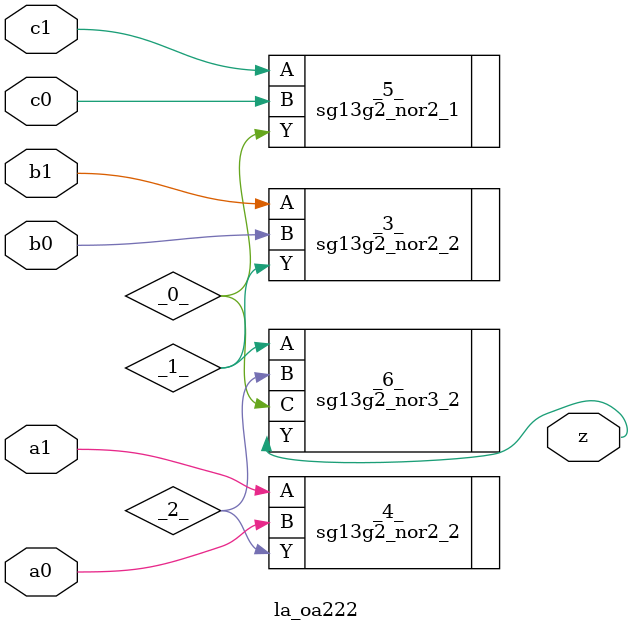
<source format=v>

/* Generated by Yosys 0.44 (git sha1 80ba43d26, g++ 11.4.0-1ubuntu1~22.04 -fPIC -O3) */

(* top =  1  *)
(* src = "generated" *)
module la_oa222 (
    a0,
    a1,
    b0,
    b1,
    c0,
    c1,
    z
);
  wire _0_;
  wire _1_;
  wire _2_;
  (* src = "generated" *)
  input a0;
  wire a0;
  (* src = "generated" *)
  input a1;
  wire a1;
  (* src = "generated" *)
  input b0;
  wire b0;
  (* src = "generated" *)
  input b1;
  wire b1;
  (* src = "generated" *)
  input c0;
  wire c0;
  (* src = "generated" *)
  input c1;
  wire c1;
  (* src = "generated" *)
  output z;
  wire z;
  sg13g2_nor2_2 _3_ (
      .A(b1),
      .B(b0),
      .Y(_1_)
  );
  sg13g2_nor2_2 _4_ (
      .A(a1),
      .B(a0),
      .Y(_2_)
  );
  sg13g2_nor2_1 _5_ (
      .A(c1),
      .B(c0),
      .Y(_0_)
  );
  sg13g2_nor3_2 _6_ (
      .A(_1_),
      .B(_2_),
      .C(_0_),
      .Y(z)
  );
endmodule

</source>
